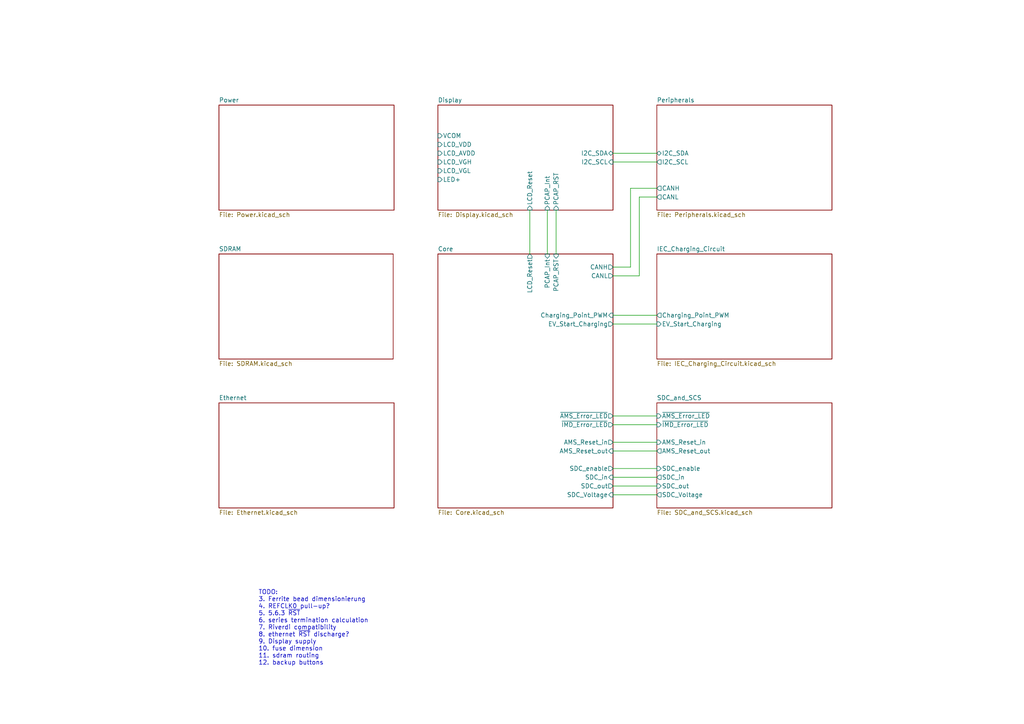
<source format=kicad_sch>
(kicad_sch
	(version 20231120)
	(generator "eeschema")
	(generator_version "8.0")
	(uuid "0dca9b66-f638-4727-874b-1b91b6921c17")
	(paper "A4")
	(lib_symbols)
	(wire
		(pts
			(xy 177.8 44.45) (xy 190.5 44.45)
		)
		(stroke
			(width 0)
			(type default)
		)
		(uuid "0cacb7b2-828e-468a-b028-da22591d57ac")
	)
	(wire
		(pts
			(xy 177.8 46.99) (xy 190.5 46.99)
		)
		(stroke
			(width 0)
			(type default)
		)
		(uuid "14d286a6-18ee-41d3-9a4d-773df509b7ca")
	)
	(wire
		(pts
			(xy 177.8 93.98) (xy 190.5 93.98)
		)
		(stroke
			(width 0)
			(type default)
		)
		(uuid "17e6f2b8-d691-4b5e-8551-54bce877833e")
	)
	(wire
		(pts
			(xy 177.8 130.81) (xy 190.5 130.81)
		)
		(stroke
			(width 0)
			(type default)
		)
		(uuid "26d4ad7c-b89d-4f97-affc-bf4b88d71548")
	)
	(wire
		(pts
			(xy 182.88 54.61) (xy 190.5 54.61)
		)
		(stroke
			(width 0)
			(type default)
		)
		(uuid "2afaf6e6-2157-4183-93e5-6357c3ab0ce2")
	)
	(wire
		(pts
			(xy 190.5 57.15) (xy 185.42 57.15)
		)
		(stroke
			(width 0)
			(type default)
		)
		(uuid "3bfb4c24-2752-416c-8624-7565e129dea8")
	)
	(wire
		(pts
			(xy 177.8 91.44) (xy 190.5 91.44)
		)
		(stroke
			(width 0)
			(type default)
		)
		(uuid "5dd1b8d0-fb3c-4461-b61f-5abdfee04be4")
	)
	(wire
		(pts
			(xy 177.8 120.65) (xy 190.5 120.65)
		)
		(stroke
			(width 0)
			(type default)
		)
		(uuid "60f05adb-f60d-4875-8c08-177356e7200b")
	)
	(wire
		(pts
			(xy 177.8 77.47) (xy 182.88 77.47)
		)
		(stroke
			(width 0)
			(type default)
		)
		(uuid "7315155a-effe-46a2-a26c-29dea0224f4b")
	)
	(wire
		(pts
			(xy 177.8 138.43) (xy 190.5 138.43)
		)
		(stroke
			(width 0)
			(type default)
		)
		(uuid "7e3895eb-2358-4d1c-a72b-a571c054d981")
	)
	(wire
		(pts
			(xy 177.8 140.97) (xy 190.5 140.97)
		)
		(stroke
			(width 0)
			(type default)
		)
		(uuid "9fe83f71-9eab-4af6-8f62-4d9d37b78249")
	)
	(wire
		(pts
			(xy 182.88 77.47) (xy 182.88 54.61)
		)
		(stroke
			(width 0)
			(type default)
		)
		(uuid "aa2f43ad-7b2a-4e57-abd6-75993e299d19")
	)
	(wire
		(pts
			(xy 177.8 135.89) (xy 190.5 135.89)
		)
		(stroke
			(width 0)
			(type default)
		)
		(uuid "b216a0b9-561b-4a06-b6f6-a94249af4b25")
	)
	(wire
		(pts
			(xy 185.42 80.01) (xy 177.8 80.01)
		)
		(stroke
			(width 0)
			(type default)
		)
		(uuid "b75f1298-18fc-40f9-9756-b213d5f217ef")
	)
	(wire
		(pts
			(xy 153.67 60.96) (xy 153.67 73.66)
		)
		(stroke
			(width 0)
			(type default)
		)
		(uuid "ba840715-3e40-401c-9d02-6a24f9976ffc")
	)
	(wire
		(pts
			(xy 185.42 57.15) (xy 185.42 80.01)
		)
		(stroke
			(width 0)
			(type default)
		)
		(uuid "c0ebe27d-fb7d-4269-966d-e4c93372f711")
	)
	(wire
		(pts
			(xy 158.75 60.96) (xy 158.75 73.66)
		)
		(stroke
			(width 0)
			(type default)
		)
		(uuid "d7ec212e-a90d-46b4-beb0-d322de6d3cb0")
	)
	(wire
		(pts
			(xy 161.29 60.96) (xy 161.29 73.66)
		)
		(stroke
			(width 0)
			(type default)
		)
		(uuid "d97b5ce5-48e8-4f17-ab96-c4ac65bfcaf7")
	)
	(wire
		(pts
			(xy 177.8 143.51) (xy 190.5 143.51)
		)
		(stroke
			(width 0)
			(type default)
		)
		(uuid "dcc71353-6f59-48c1-abf6-9615e09c65b6")
	)
	(wire
		(pts
			(xy 177.8 123.19) (xy 190.5 123.19)
		)
		(stroke
			(width 0)
			(type default)
		)
		(uuid "f3a35937-8835-45c7-9edd-4c16204460b4")
	)
	(wire
		(pts
			(xy 177.8 128.27) (xy 190.5 128.27)
		)
		(stroke
			(width 0)
			(type default)
		)
		(uuid "fc87f22e-7de3-46a8-9429-a26dc52e1f56")
	)
	(text "TODO:\n3. Ferrite bead dimensionierung\n4. REFCLK0 pull-up?\n5. 5.6.3 ~{RST}\n6. series termination calculation\n7. Riverdi compatibility\n8. ethernet ~{RST} discharge?\n9. Display supply\n10. fuse dimension\n11. sdram routing\n12. backup buttons"
		(exclude_from_sim no)
		(at 74.93 182.118 0)
		(effects
			(font
				(size 1.27 1.27)
			)
			(justify left)
		)
		(uuid "b77f9553-b64d-4a04-bcaa-eb156863248b")
	)
	(sheet
		(at 63.5 73.66)
		(size 50.546 30.48)
		(fields_autoplaced yes)
		(stroke
			(width 0.1524)
			(type solid)
		)
		(fill
			(color 0 0 0 0.0000)
		)
		(uuid "128393d2-6dd9-44f0-979c-682ff9f03572")
		(property "Sheetname" "SDRAM"
			(at 63.5 72.9484 0)
			(effects
				(font
					(size 1.27 1.27)
				)
				(justify left bottom)
			)
		)
		(property "Sheetfile" "SDRAM.kicad_sch"
			(at 63.5 104.7246 0)
			(effects
				(font
					(size 1.27 1.27)
				)
				(justify left top)
			)
		)
		(instances
			(project "FT25-Charger"
				(path "/0dca9b66-f638-4727-874b-1b91b6921c17"
					(page "9")
				)
			)
		)
	)
	(sheet
		(at 127 30.48)
		(size 50.8 30.48)
		(fields_autoplaced yes)
		(stroke
			(width 0.1524)
			(type solid)
		)
		(fill
			(color 0 0 0 0.0000)
		)
		(uuid "34256820-5635-4c85-a70b-596b3ee01bd0")
		(property "Sheetname" "Display"
			(at 127 29.7684 0)
			(effects
				(font
					(size 1.27 1.27)
				)
				(justify left bottom)
			)
		)
		(property "Sheetfile" "Display.kicad_sch"
			(at 127 61.5446 0)
			(effects
				(font
					(size 1.27 1.27)
				)
				(justify left top)
			)
		)
		(property "Field2" ""
			(at 127 30.48 0)
			(effects
				(font
					(size 1.27 1.27)
				)
				(hide yes)
			)
		)
		(pin "VCOM" input
			(at 127 39.37 180)
			(effects
				(font
					(size 1.27 1.27)
				)
				(justify left)
			)
			(uuid "3816bc7e-ee37-4195-854a-ef6440631568")
		)
		(pin "LCD_VDD" input
			(at 127 41.91 180)
			(effects
				(font
					(size 1.27 1.27)
				)
				(justify left)
			)
			(uuid "833577a5-95dc-4c3f-9b0a-2b6806adc8ae")
		)
		(pin "LED+" input
			(at 127 52.07 180)
			(effects
				(font
					(size 1.27 1.27)
				)
				(justify left)
			)
			(uuid "5bec4186-7cff-4de9-87d8-239b46e1f0de")
		)
		(pin "I2C_SCL" input
			(at 177.8 46.99 0)
			(effects
				(font
					(size 1.27 1.27)
				)
				(justify right)
			)
			(uuid "f4c38e29-beea-44cb-a561-64f5a9911c76")
		)
		(pin "PCAP_Int" input
			(at 158.75 60.96 270)
			(effects
				(font
					(size 1.27 1.27)
				)
				(justify left)
			)
			(uuid "62b05ffa-2d66-4e71-9358-b43a1080656d")
		)
		(pin "I2C_SDA" bidirectional
			(at 177.8 44.45 0)
			(effects
				(font
					(size 1.27 1.27)
				)
				(justify right)
			)
			(uuid "b126d798-02d8-4942-b520-01e739e24e0a")
		)
		(pin "PCAP_RST" input
			(at 161.29 60.96 270)
			(effects
				(font
					(size 1.27 1.27)
				)
				(justify left)
			)
			(uuid "20210132-3e45-49eb-a1f2-812fa35e183e")
		)
		(pin "LCD_VGH" input
			(at 127 46.99 180)
			(effects
				(font
					(size 1.27 1.27)
				)
				(justify left)
			)
			(uuid "9a2964f7-dcb3-435b-8dcf-65450fec93a9")
		)
		(pin "LCD_VGL" input
			(at 127 49.53 180)
			(effects
				(font
					(size 1.27 1.27)
				)
				(justify left)
			)
			(uuid "b49a99ac-0f56-4aeb-91e1-d7644aa1a90c")
		)
		(pin "LCD_AVDD" input
			(at 127 44.45 180)
			(effects
				(font
					(size 1.27 1.27)
				)
				(justify left)
			)
			(uuid "61e5f3b9-926b-4d1e-820d-2bd639b67b0d")
		)
		(pin "LCD_Reset" input
			(at 153.67 60.96 270)
			(effects
				(font
					(size 1.27 1.27)
				)
				(justify left)
			)
			(uuid "fbf4a5ae-f8cf-4900-8590-f1eac8b3cee6")
		)
		(instances
			(project "FT25-Charger"
				(path "/0dca9b66-f638-4727-874b-1b91b6921c17"
					(page "9")
				)
			)
		)
	)
	(sheet
		(at 127 73.66)
		(size 50.8 73.66)
		(fields_autoplaced yes)
		(stroke
			(width 0.1524)
			(type solid)
		)
		(fill
			(color 0 0 0 0.0000)
		)
		(uuid "486f4a0e-b8d5-42cd-a726-c7aa5b0383fd")
		(property "Sheetname" "Core"
			(at 127 72.9484 0)
			(effects
				(font
					(size 1.27 1.27)
				)
				(justify left bottom)
			)
		)
		(property "Sheetfile" "Core.kicad_sch"
			(at 127 147.9046 0)
			(effects
				(font
					(size 1.27 1.27)
				)
				(justify left top)
			)
		)
		(pin "PCAP_RST" input
			(at 161.29 73.66 90)
			(effects
				(font
					(size 1.27 1.27)
				)
				(justify right)
			)
			(uuid "e3e18945-5024-4afa-9e6f-aa2e6a66cfd9")
		)
		(pin "PCAP_Int" input
			(at 158.75 73.66 90)
			(effects
				(font
					(size 1.27 1.27)
				)
				(justify right)
			)
			(uuid "4fa40e5f-480b-449b-b67c-c814866b6a63")
		)
		(pin "CANH" output
			(at 177.8 77.47 0)
			(effects
				(font
					(size 1.27 1.27)
				)
				(justify right)
			)
			(uuid "ba745a4d-2cfb-45af-9f1b-6faa6f0aa196")
		)
		(pin "CANL" output
			(at 177.8 80.01 0)
			(effects
				(font
					(size 1.27 1.27)
				)
				(justify right)
			)
			(uuid "4e93f07a-4621-403e-b26f-1cdd4043fdb1")
		)
		(pin "~{AMS_Error_LED}" output
			(at 177.8 120.65 0)
			(effects
				(font
					(size 1.27 1.27)
				)
				(justify right)
			)
			(uuid "0427c85c-84e6-48df-8d01-b094dc2312cc")
		)
		(pin "~{IMD_Error_LED}" output
			(at 177.8 123.19 0)
			(effects
				(font
					(size 1.27 1.27)
				)
				(justify right)
			)
			(uuid "71aea406-8d39-4bbc-a9e2-404317dfcf03")
		)
		(pin "SDC_enable" output
			(at 177.8 135.89 0)
			(effects
				(font
					(size 1.27 1.27)
				)
				(justify right)
			)
			(uuid "356e7d39-23fd-4cfb-b0ab-b26eeff80d0e")
		)
		(pin "AMS_Reset_out" input
			(at 177.8 130.81 0)
			(effects
				(font
					(size 1.27 1.27)
				)
				(justify right)
			)
			(uuid "f9ab0224-1e57-46a2-932c-8d13e647087b")
		)
		(pin "SDC_Voltage" input
			(at 177.8 143.51 0)
			(effects
				(font
					(size 1.27 1.27)
				)
				(justify right)
			)
			(uuid "09f8fc16-df20-4353-a0a3-3ff148136c7c")
		)
		(pin "SDC_in" input
			(at 177.8 138.43 0)
			(effects
				(font
					(size 1.27 1.27)
				)
				(justify right)
			)
			(uuid "39b1d835-1b17-4353-a561-530cfdbb07f3")
		)
		(pin "SDC_out" output
			(at 177.8 140.97 0)
			(effects
				(font
					(size 1.27 1.27)
				)
				(justify right)
			)
			(uuid "462dc091-717e-445c-9ccb-bcf244e3bcea")
		)
		(pin "AMS_Reset_in" output
			(at 177.8 128.27 0)
			(effects
				(font
					(size 1.27 1.27)
				)
				(justify right)
			)
			(uuid "9cb065ba-4d91-4a96-9a5a-6e77d7cfe390")
		)
		(pin "EV_Start_Charging" output
			(at 177.8 93.98 0)
			(effects
				(font
					(size 1.27 1.27)
				)
				(justify right)
			)
			(uuid "79bf9d22-0a93-4215-b737-9b2992bb6c6d")
		)
		(pin "Charging_Point_PWM" input
			(at 177.8 91.44 0)
			(effects
				(font
					(size 1.27 1.27)
				)
				(justify right)
			)
			(uuid "400055eb-9354-43a6-bbb6-e6f49a622ed5")
		)
		(pin "LCD_Reset" output
			(at 153.67 73.66 90)
			(effects
				(font
					(size 1.27 1.27)
				)
				(justify right)
			)
			(uuid "45810262-42ca-4bf5-b56c-adb2ac7bafc9")
		)
		(instances
			(project "FT25-Charger"
				(path "/0dca9b66-f638-4727-874b-1b91b6921c17"
					(page "4")
				)
			)
		)
	)
	(sheet
		(at 63.5 116.84)
		(size 50.8 30.48)
		(fields_autoplaced yes)
		(stroke
			(width 0.1524)
			(type solid)
		)
		(fill
			(color 0 0 0 0.0000)
		)
		(uuid "5469580a-3180-4bfd-8660-e5a4628a92d9")
		(property "Sheetname" "Ethernet"
			(at 63.5 116.1284 0)
			(effects
				(font
					(size 1.27 1.27)
				)
				(justify left bottom)
			)
		)
		(property "Sheetfile" "Ethernet.kicad_sch"
			(at 63.5 147.9046 0)
			(effects
				(font
					(size 1.27 1.27)
				)
				(justify left top)
			)
		)
		(instances
			(project "FT25-Charger"
				(path "/0dca9b66-f638-4727-874b-1b91b6921c17"
					(page "4")
				)
			)
		)
	)
	(sheet
		(at 190.5 116.84)
		(size 50.8 30.48)
		(fields_autoplaced yes)
		(stroke
			(width 0.1524)
			(type solid)
		)
		(fill
			(color 0 0 0 0.0000)
		)
		(uuid "75c94037-2217-4879-97cf-1bc2976ef0dc")
		(property "Sheetname" "SDC_and_SCS"
			(at 190.5 116.1284 0)
			(effects
				(font
					(size 1.27 1.27)
				)
				(justify left bottom)
			)
		)
		(property "Sheetfile" "SDC_and_SCS.kicad_sch"
			(at 190.5 147.9046 0)
			(effects
				(font
					(size 1.27 1.27)
				)
				(justify left top)
			)
		)
		(property "Field2" ""
			(at 190.5 116.84 0)
			(effects
				(font
					(size 1.27 1.27)
				)
				(hide yes)
			)
		)
		(pin "~{IMD_Error_LED}" input
			(at 190.5 123.19 180)
			(effects
				(font
					(size 1.27 1.27)
				)
				(justify left)
			)
			(uuid "efb58820-83bc-424b-95f3-2fb058914d3e")
		)
		(pin "~{AMS_Error_LED}" input
			(at 190.5 120.65 180)
			(effects
				(font
					(size 1.27 1.27)
				)
				(justify left)
			)
			(uuid "a159e626-fcc3-4e1f-909e-a5917b863ccb")
		)
		(pin "AMS_Reset_in" input
			(at 190.5 128.27 180)
			(effects
				(font
					(size 1.27 1.27)
				)
				(justify left)
			)
			(uuid "1cf3b872-e697-433b-8dbd-7195a9e73264")
		)
		(pin "AMS_Reset_out" output
			(at 190.5 130.81 180)
			(effects
				(font
					(size 1.27 1.27)
				)
				(justify left)
			)
			(uuid "545ea471-bf17-44d3-99c8-fe48c00fd893")
		)
		(pin "SDC_enable" input
			(at 190.5 135.89 180)
			(effects
				(font
					(size 1.27 1.27)
				)
				(justify left)
			)
			(uuid "a8abaeea-a668-46bb-b5e7-f3cf1ce07f0b")
		)
		(pin "SDC_in" output
			(at 190.5 138.43 180)
			(effects
				(font
					(size 1.27 1.27)
				)
				(justify left)
			)
			(uuid "15c9950c-ec3e-4af1-bf46-01d63abf5762")
		)
		(pin "SDC_Voltage" output
			(at 190.5 143.51 180)
			(effects
				(font
					(size 1.27 1.27)
				)
				(justify left)
			)
			(uuid "5c6d18a7-241d-4ab1-b3d3-3581f6a2cef2")
		)
		(pin "SDC_out" input
			(at 190.5 140.97 180)
			(effects
				(font
					(size 1.27 1.27)
				)
				(justify left)
			)
			(uuid "420b0c15-b784-4095-8679-fb98ddcf85a2")
		)
		(instances
			(project "FT25-Charger"
				(path "/0dca9b66-f638-4727-874b-1b91b6921c17"
					(page "7")
				)
			)
		)
	)
	(sheet
		(at 190.5 30.48)
		(size 50.8 30.48)
		(fields_autoplaced yes)
		(stroke
			(width 0.1524)
			(type solid)
		)
		(fill
			(color 0 0 0 0.0000)
		)
		(uuid "80927836-8e39-47ea-8430-ab9d018fcb5d")
		(property "Sheetname" "Peripherals"
			(at 190.5 29.7684 0)
			(effects
				(font
					(size 1.27 1.27)
				)
				(justify left bottom)
			)
		)
		(property "Sheetfile" "Peripherals.kicad_sch"
			(at 190.5 61.5446 0)
			(effects
				(font
					(size 1.27 1.27)
				)
				(justify left top)
			)
		)
		(property "Field2" ""
			(at 190.5 30.48 0)
			(effects
				(font
					(size 1.27 1.27)
				)
				(hide yes)
			)
		)
		(pin "CANL" output
			(at 190.5 57.15 180)
			(effects
				(font
					(size 1.27 1.27)
				)
				(justify left)
			)
			(uuid "594eae58-b3ae-495d-a6f8-492ba17e0522")
		)
		(pin "I2C_SDA" bidirectional
			(at 190.5 44.45 180)
			(effects
				(font
					(size 1.27 1.27)
				)
				(justify left)
			)
			(uuid "e1a21df7-7d3f-45fa-b65a-8b054068756f")
		)
		(pin "I2C_SCL" output
			(at 190.5 46.99 180)
			(effects
				(font
					(size 1.27 1.27)
				)
				(justify left)
			)
			(uuid "dd32d4ab-dc8a-451d-b1e5-8d92fc8fc43e")
		)
		(pin "CANH" output
			(at 190.5 54.61 180)
			(effects
				(font
					(size 1.27 1.27)
				)
				(justify left)
			)
			(uuid "27e51e44-3361-47de-b3d3-8491ec931bf7")
		)
		(instances
			(project "FT25-Charger"
				(path "/0dca9b66-f638-4727-874b-1b91b6921c17"
					(page "10")
				)
			)
		)
	)
	(sheet
		(at 190.5 73.66)
		(size 50.8 30.48)
		(fields_autoplaced yes)
		(stroke
			(width 0.1524)
			(type solid)
		)
		(fill
			(color 0 0 0 0.0000)
		)
		(uuid "821f8254-7e97-454c-9aee-86b4ab099a85")
		(property "Sheetname" "IEC_Charging_Circuit"
			(at 190.5 72.9484 0)
			(effects
				(font
					(size 1.27 1.27)
				)
				(justify left bottom)
			)
		)
		(property "Sheetfile" "IEC_Charging_Circuit.kicad_sch"
			(at 190.5 104.7246 0)
			(effects
				(font
					(size 1.27 1.27)
				)
				(justify left top)
			)
		)
		(property "Field2" ""
			(at 190.5 73.66 0)
			(effects
				(font
					(size 1.27 1.27)
				)
				(hide yes)
			)
		)
		(pin "Charging_Point_PWM" output
			(at 190.5 91.44 180)
			(effects
				(font
					(size 1.27 1.27)
				)
				(justify left)
			)
			(uuid "2af6d41f-5d0e-41ad-99d0-1e60204cd27a")
		)
		(pin "EV_Start_Charging" input
			(at 190.5 93.98 180)
			(effects
				(font
					(size 1.27 1.27)
				)
				(justify left)
			)
			(uuid "b48fa48c-d674-409b-9ecd-d2e98dbc2adb")
		)
		(instances
			(project "FT25-Charger"
				(path "/0dca9b66-f638-4727-874b-1b91b6921c17"
					(page "6")
				)
			)
		)
	)
	(sheet
		(at 63.5 30.48)
		(size 50.8 30.48)
		(fields_autoplaced yes)
		(stroke
			(width 0.1524)
			(type solid)
		)
		(fill
			(color 0 0 0 0.0000)
		)
		(uuid "91c9895f-7dce-429f-866f-2980d966c967")
		(property "Sheetname" "Power"
			(at 63.5 29.7684 0)
			(effects
				(font
					(size 1.27 1.27)
				)
				(justify left bottom)
			)
		)
		(property "Sheetfile" "Power.kicad_sch"
			(at 63.5 61.5446 0)
			(effects
				(font
					(size 1.27 1.27)
				)
				(justify left top)
			)
		)
		(instances
			(project "FT25-Charger"
				(path "/0dca9b66-f638-4727-874b-1b91b6921c17"
					(page "3")
				)
			)
		)
	)
	(sheet_instances
		(path "/"
			(page "1")
		)
	)
)

</source>
